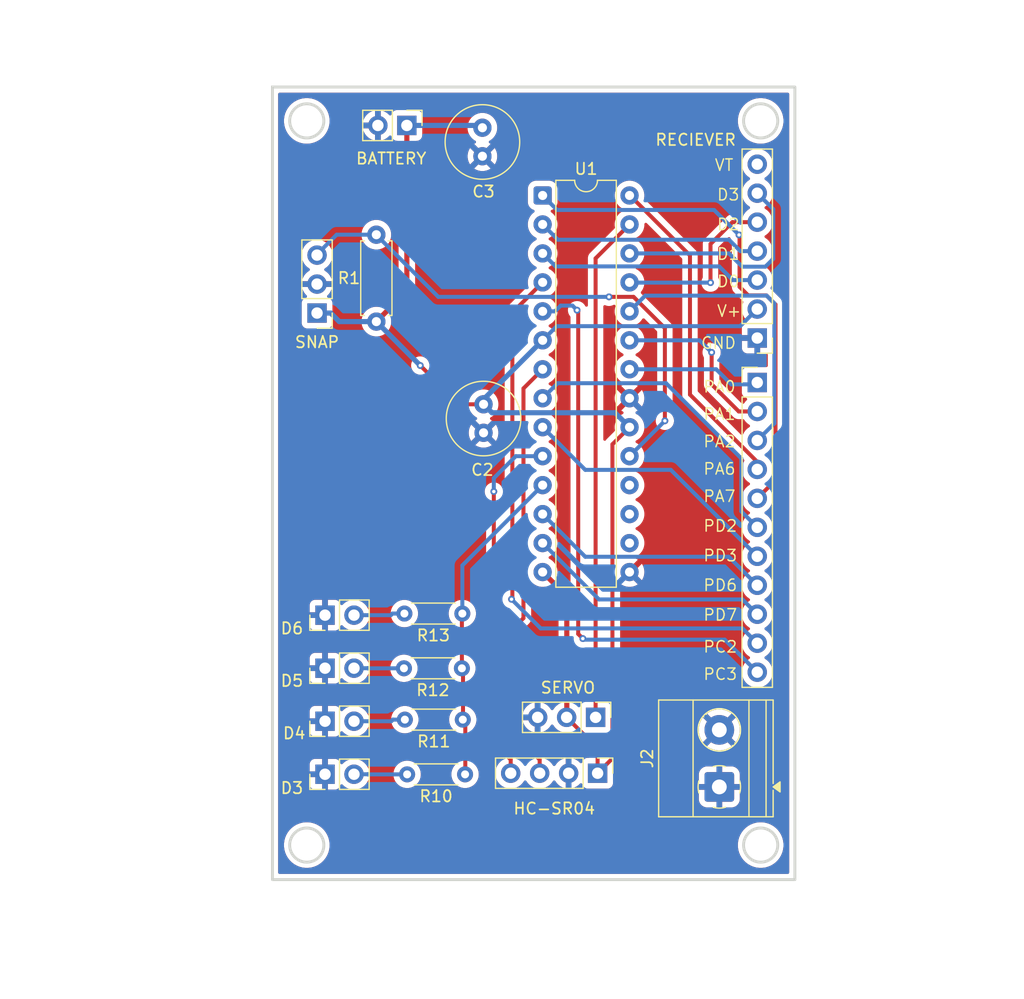
<source format=kicad_pcb>
(kicad_pcb (version 20241229) (generator "pcbnew") (generator_version "9.0")
  (layers (0 "F.Cu" signal "Front") (2 "B.Cu" signal "Back") (13 "F.Paste" user) (15 "B.Paste" user) (5 "F.SilkS" user "F.Silkscreen") (7 "B.SilkS" user "B.Silkscreen") (1 "F.Mask" user) (3 "B.Mask" user) (25 "Edge.Cuts" user))
  (net 0 "")
  (net 1 "GND")
  (net 2 "Net-(D3-A)")
  (net 3 "Net-(D4-A)")
  (net 4 "Net-(D5-A)")
  (net 5 "Net-(D6-A)")
  (net 6 "PC2")
  (net 7 "PA7")
  (net 8 "PA6")
  (net 10 "PA2")
  (net 11 "PC3")
  (net 14 "5V")
  (net 15 "PD2")
  (net 16 "PA0")
  (net 17 "PD3")
  (net 18 "PD6")
  (net 19 "PD7")
  (net 20 "SERVO_SIG")
  (net 21 "LED_SIG")
  (net 22 "ULTRASONIC_ECHO")
  (net 23 "Net-(J10-Pin_3)")
  (net 24 "D0")
  (net 25 "ULTRASONIC_TRIG")
  (net 26 "D3")
  (net 27 "D2")
  (net 28 "D1")
  (net 29 "VT")
  (net 30 "PA1")
  (footprint "Resistor_THT:R_Axial_DIN0204_L3.6mm_D1.6mm_P5.08mm_Horizontal" (layer "F.Cu") (at 113.98 117.4 180)
    (property "Reference" "R10" (at 2.54 -1.92 0) (layer "F.SilkS"))
    (property "Value" "120")
    (fp_line (start 0.62 0.92) (end 4.46 0.92) (stroke (width 0.12)) (layer "F.SilkS"))
    (fp_line (start 0.62 -0.92) (end 4.46 -0.92) (stroke (width 0.12)) (layer "F.SilkS"))
    (pad "1" thru_hole circle (at 0 0 180) (size 1.4 1.4) (drill 0.7) (layers "*.Cu" "*.Mask") (net 21 "LED_SIG"))
    (pad "2" thru_hole oval (at 5.08 0 180) (size 1.4 1.4) (drill 0.7) (layers "*.Cu" "*.Mask") (net 2 "Net-(D3-A)"))
  )
  (footprint "Connector_PinHeader_2.54mm:PinHeader_1x11_P2.54mm_Vertical" (layer "F.Cu") (at 139.6 83.04)
    (property "Reference" "J3" (hide yes))
    (property "Value" "SPARE_PINS")
    (fp_line (start -1.33 -1.33) (end 0 -1.33) (stroke (width 0.12)) (layer "F.SilkS"))
    (fp_line (start -1.33 0) (end -1.33 -1.33) (stroke (width 0.12)) (layer "F.SilkS"))
    (fp_line (start -1.33 1.27) (end -1.33 26.73) (stroke (width 0.12)) (layer "F.SilkS"))
    (fp_line (start -1.33 1.27) (end 1.33 1.27) (stroke (width 0.12)) (layer "F.SilkS"))
    (fp_line (start -1.33 26.73) (end 1.33 26.73) (stroke (width 0.12)) (layer "F.SilkS"))
    (fp_line (start 1.33 1.27) (end 1.33 26.73) (stroke (width 0.12)) (layer "F.SilkS"))
    (pad "1" thru_hole rect (at 0 0) (size 1.7 1.7) (drill 1) (layers "*.Cu" "*.Mask") (net 16 "PA0"))
    (pad "2" thru_hole oval (at 0 2.54) (size 1.7 1.7) (drill 1) (layers "*.Cu" "*.Mask") (net 30 "PA1"))
    (pad "3" thru_hole oval (at 0 5.08) (size 1.7 1.7) (drill 1) (layers "*.Cu" "*.Mask") (net 10 "PA2"))
    (pad "4" thru_hole oval (at 0 7.62) (size 1.7 1.7) (drill 1) (layers "*.Cu" "*.Mask") (net 8 "PA6"))
    (pad "5" thru_hole oval (at 0 10.16) (size 1.7 1.7) (drill 1) (layers "*.Cu" "*.Mask") (net 7 "PA7"))
    (pad "6" thru_hole oval (at 0 12.7) (size 1.7 1.7) (drill 1) (layers "*.Cu" "*.Mask") (net 15 "PD2"))
    (pad "7" thru_hole oval (at 0 15.24) (size 1.7 1.7) (drill 1) (layers "*.Cu" "*.Mask") (net 17 "PD3"))
    (pad "8" thru_hole oval (at 0 17.78) (size 1.7 1.7) (drill 1) (layers "*.Cu" "*.Mask") (net 18 "PD6"))
    (pad "9" thru_hole oval (at 0 20.32) (size 1.7 1.7) (drill 1) (layers "*.Cu" "*.Mask") (net 19 "PD7"))
    (pad "10" thru_hole oval (at 0 22.86) (size 1.7 1.7) (drill 1) (layers "*.Cu" "*.Mask") (net 6 "PC2"))
    (pad "11" thru_hole oval (at 0 25.4) (size 1.7 1.7) (drill 1) (layers "*.Cu" "*.Mask") (net 11 "PC3"))
  )
  (footprint "Connector_PinHeader_2.54mm:PinHeader_1x04_P2.54mm_Vertical" (layer "F.Cu") (at 125.6 117.3 -90)
    (property "Reference" "HC-SR04" (at 3.1 3.8 180) (layer "F.SilkS"))
    (property "Value" "HC-SR04")
    (fp_line (start -1.33 8.95) (end 1.33 8.95) (stroke (width 0.12)) (layer "F.SilkS"))
    (fp_line (start -1.33 1.27) (end -1.33 8.95) (stroke (width 0.12)) (layer "F.SilkS"))
    (fp_line (start -1.33 1.27) (end 1.33 1.27) (stroke (width 0.12)) (layer "F.SilkS"))
    (fp_line (start 1.33 1.27) (end 1.33 8.95) (stroke (width 0.12)) (layer "F.SilkS"))
    (fp_line (start -1.33 0) (end -1.33 -1.33) (stroke (width 0.12)) (layer "F.SilkS"))
    (fp_line (start -1.33 -1.33) (end 0 -1.33) (stroke (width 0.12)) (layer "F.SilkS"))
    (pad "1" thru_hole rect (at 0 0 270) (size 1.7 1.7) (drill 1) (layers "*.Cu" "*.Mask") (net 14 "5V"))
    (pad "2" thru_hole oval (at 0 2.54 270) (size 1.7 1.7) (drill 1) (layers "*.Cu" "*.Mask") (net 1 "GND"))
    (pad "3" thru_hole oval (at 0 5.08 270) (size 1.7 1.7) (drill 1) (layers "*.Cu" "*.Mask") (net 25 "ULTRASONIC_TRIG"))
    (pad "4" thru_hole oval (at 0 7.62 270) (size 1.7 1.7) (drill 1) (layers "*.Cu" "*.Mask") (net 22 "ULTRASONIC_ECHO"))
  )
  (footprint "TerminalBlock_Phoenix:TerminalBlock_Phoenix_MKDS-1,5-2_1x02_P5.00mm_Horizontal" (layer "F.Cu") (at 136.2725 118.5 90)
    (property "Reference" "J2" (at 2.5 -6.32 90) (layer "F.SilkS"))
    (property "Value" "COMMON GND")
    (fp_line (start 7.62 -5.32) (end 7.62 4.72) (stroke (width 0.12)) (layer "F.SilkS"))
    (fp_line (start -2.62 -5.32) (end 7.62 -5.32) (stroke (width 0.12)) (layer "F.SilkS"))
    (fp_line (start -2.62 -5.32) (end -2.62 4.72) (stroke (width 0.12)) (layer "F.SilkS"))
    (fp_line (start -2.62 -2.3) (end 7.62 -2.3) (stroke (width 0.12)) (layer "F.SilkS"))
    (fp_line (start 6.184 -1.411) (end 6.14 -1.367) (stroke (width 0.12)) (layer "F.SilkS"))
    (fp_line (start 6.411 -1.184) (end 6.367 -1.14) (stroke (width 0.12)) (layer "F.SilkS"))
    (fp_line (start 3.633 1.14) (end 3.589 1.183) (stroke (width 0.12)) (layer "F.SilkS"))
    (fp_line (start 3.86 1.367) (end 3.816 1.41) (stroke (width 0.12)) (layer "F.SilkS"))
    (fp_line (start -2.62 2.6) (end 7.62 2.6) (stroke (width 0.12)) (layer "F.SilkS"))
    (fp_line (start -2.62 4.1) (end 7.62 4.1) (stroke (width 0.12)) (layer "F.SilkS"))
    (fp_line (start 0.3 4.72) (end 7.62 4.72) (stroke (width 0.12)) (layer "F.SilkS"))
    (fp_line (start -2.62 4.72) (end -0.3 4.72) (stroke (width 0.12)) (layer "F.SilkS"))
    (fp_arc (start -0.54 -1.78) (mid -0.000355 -1.860107) (end 0.539321 -1.780206) (stroke (width 0.12)) (layer "F.SilkS"))
    (fp_arc (start 1.78 -0.54) (mid 1.860107 -0.000355) (end 1.780206 0.539321) (stroke (width 0.12)) (layer "F.SilkS"))
    (fp_arc (start -1.78 0.54) (mid -1.860107 0.000355) (end -1.780206 -0.539321) (stroke (width 0.12)) (layer "F.SilkS"))
    (fp_arc (start 0.54 1.78) (mid 0.000355 1.860107) (end -0.539321 1.780206) (stroke (width 0.12)) (layer "F.SilkS"))
    (fp_circle (center 5 0) (end 6.86 0) (stroke (width 0.12)) (fill no) (layer "F.SilkS"))
    (fp_poly (pts (xy 0 4.72) (xy 0.44 5.33) (xy -0.44 5.33) (xy 0 4.72)) (stroke (width 0.12)) (fill yes) (layer "F.SilkS"))
    (pad "1" thru_hole roundrect (at 0 0 90) (size 2.6 2.6) (drill 1.3) (layers "*.Cu" "*.Mask") (roundrect_rratio 0.096154) (net 1 "GND"))
    (pad "2" thru_hole circle (at 5 0 90) (size 2.6 2.6) (drill 1.3) (layers "*.Cu" "*.Mask") (net 1 "GND"))
  )
  (footprint "Resistor_THT:R_Axial_DIN0204_L3.6mm_D1.6mm_P5.08mm_Horizontal" (layer "F.Cu") (at 113.7 108.1 180)
    (property "Reference" "R12" (at 2.54 -1.92 0) (layer "F.SilkS"))
    (property "Value" "120")
    (fp_line (start 0.62 0.92) (end 4.46 0.92) (stroke (width 0.12)) (layer "F.SilkS"))
    (fp_line (start 0.62 -0.92) (end 4.46 -0.92) (stroke (width 0.12)) (layer "F.SilkS"))
    (pad "1" thru_hole circle (at 0 0 180) (size 1.4 1.4) (drill 0.7) (layers "*.Cu" "*.Mask") (net 21 "LED_SIG"))
    (pad "2" thru_hole oval (at 5.08 0 180) (size 1.4 1.4) (drill 0.7) (layers "*.Cu" "*.Mask") (net 4 "Net-(D5-A)"))
  )
  (footprint "Connector_PinHeader_2.54mm:PinHeader_1x02_P2.54mm_Vertical" (layer "F.Cu") (at 101.7 103.44 90)
    (property "Reference" "D6" (at -1.16 -2.9 180) (layer "F.SilkS"))
    (property "Value" "LED")
    (fp_line (start -1.33 -1.33) (end 0 -1.33) (stroke (width 0.12)) (layer "F.SilkS"))
    (fp_line (start -1.33 0) (end -1.33 -1.33) (stroke (width 0.12)) (layer "F.SilkS"))
    (fp_line (start 1.33 1.27) (end 1.33 3.87) (stroke (width 0.12)) (layer "F.SilkS"))
    (fp_line (start -1.33 1.27) (end 1.33 1.27) (stroke (width 0.12)) (layer "F.SilkS"))
    (fp_line (start -1.33 1.27) (end -1.33 3.87) (stroke (width 0.12)) (layer "F.SilkS"))
    (fp_line (start -1.33 3.87) (end 1.33 3.87) (stroke (width 0.12)) (layer "F.SilkS"))
    (pad "1" thru_hole rect (at 0 0 90) (size 1.7 1.7) (drill 1) (layers "*.Cu" "*.Mask") (net 1 "GND"))
    (pad "2" thru_hole oval (at 0 2.54 90) (size 1.7 1.7) (drill 1) (layers "*.Cu" "*.Mask") (net 5 "Net-(D6-A)"))
  )
  (footprint "Connector_PinHeader_2.54mm:PinHeader_1x07_P2.54mm_Vertical" (layer "F.Cu") (at 139.6 79.14 180)
    (property "Reference" "RECIEVER" (at 5.4 17.38 0) (layer "F.SilkS"))
    (property "Value" "RX480-E4")
    (fp_line (start 1.33 1.27) (end 1.33 16.57) (stroke (width 0.12)) (layer "F.SilkS"))
    (fp_line (start -1.33 16.57) (end 1.33 16.57) (stroke (width 0.12)) (layer "F.SilkS"))
    (fp_line (start -1.33 1.27) (end 1.33 1.27) (stroke (width 0.12)) (layer "F.SilkS"))
    (fp_line (start -1.33 1.27) (end -1.33 16.57) (stroke (width 0.12)) (layer "F.SilkS"))
    (fp_line (start -1.33 0) (end -1.33 -1.33) (stroke (width 0.12)) (layer "F.SilkS"))
    (fp_line (start -1.33 -1.33) (end 0 -1.33) (stroke (width 0.12)) (layer "F.SilkS"))
    (pad "1" thru_hole rect (at 0 0 180) (size 1.7 1.7) (drill 1) (layers "*.Cu" "*.Mask") (net 1 "GND"))
    (pad "2" thru_hole oval (at 0 2.54 180) (size 1.7 1.7) (drill 1) (layers "*.Cu" "*.Mask") (net 14 "5V"))
    (pad "3" thru_hole oval (at 0 5.08 180) (size 1.7 1.7) (drill 1) (layers "*.Cu" "*.Mask") (net 24 "D0"))
    (pad "4" thru_hole oval (at 0 7.62 180) (size 1.7 1.7) (drill 1) (layers "*.Cu" "*.Mask") (net 28 "D1"))
    (pad "5" thru_hole oval (at 0 10.16 180) (size 1.7 1.7) (drill 1) (layers "*.Cu" "*.Mask") (net 27 "D2"))
    (pad "6" thru_hole oval (at 0 12.7 180) (size 1.7 1.7) (drill 1) (layers "*.Cu" "*.Mask") (net 26 "D3"))
    (pad "7" thru_hole oval (at 0 15.24 180) (size 1.7 1.7) (drill 1) (layers "*.Cu" "*.Mask") (net 29 "VT"))
  )
  (footprint "Resistor_THT:R_Axial_DIN0204_L3.6mm_D1.6mm_P5.08mm_Horizontal" (layer "F.Cu") (at 113.74 103.3 180)
    (property "Reference" "R13" (at 2.54 -1.92 0) (layer "F.SilkS"))
    (property "Value" "120")
    (fp_line (start 0.62 0.92) (end 4.46 0.92) (stroke (width 0.12)) (layer "F.SilkS"))
    (fp_line (start 0.62 -0.92) (end 4.46 -0.92) (stroke (width 0.12)) (layer "F.SilkS"))
    (pad "1" thru_hole circle (at 0 0 180) (size 1.4 1.4) (drill 0.7) (layers "*.Cu" "*.Mask") (net 21 "LED_SIG"))
    (pad "2" thru_hole oval (at 5.08 0 180) (size 1.4 1.4) (drill 0.7) (layers "*.Cu" "*.Mask") (net 5 "Net-(D6-A)"))
  )
  (footprint "Capacitor_THT:C_Radial_D6.3mm_H5.0mm_P2.50mm" (layer "F.Cu") (at 115.6 84.95 -90)
    (property "Reference" "C2" (at 5.75 0.1 180) (layer "F.SilkS"))
    (property "Value" "1uF")
    (fp_circle (center 1.25 0) (end 4.52 0) (stroke (width 0.12)) (fill no) (layer "F.SilkS"))
    (pad "1" thru_hole circle (at 0 0 270) (size 1.6 1.6) (drill 0.8) (layers "*.Cu" "*.Mask") (net 14 "5V"))
    (pad "2" thru_hole circle (at 2.5 0 270) (size 1.6 1.6) (drill 0.8) (layers "*.Cu" "*.Mask") (net 1 "GND"))
  )
  (footprint "Resistor_THT:R_Axial_DIN0204_L3.6mm_D1.6mm_P5.08mm_Horizontal" (layer "F.Cu") (at 113.78 112.6 180)
    (property "Reference" "R11" (at 2.54 -1.92 0) (layer "F.SilkS"))
    (property "Value" "120")
    (fp_line (start 0.62 0.92) (end 4.46 0.92) (stroke (width 0.12)) (layer "F.SilkS"))
    (fp_line (start 0.62 -0.92) (end 4.46 -0.92) (stroke (width 0.12)) (layer "F.SilkS"))
    (pad "1" thru_hole circle (at 0 0 180) (size 1.4 1.4) (drill 0.7) (layers "*.Cu" "*.Mask") (net 21 "LED_SIG"))
    (pad "2" thru_hole oval (at 5.08 0 180) (size 1.4 1.4) (drill 0.7) (layers "*.Cu" "*.Mask") (net 3 "Net-(D4-A)"))
  )
  (footprint "Package_DIP:DIP-28_W7.62mm" (layer "F.Cu") (at 120.78 66.64)
    (property "Reference" "U1" (at 3.81 -2.33 0) (layer "F.SilkS"))
    (property "Value" "AVR128DB28x-xSP")
    (fp_line (start 1.16 -1.33) (end 1.16 34.35) (stroke (width 0.12)) (layer "F.SilkS"))
    (fp_line (start 1.16 34.35) (end 6.46 34.35) (stroke (width 0.12)) (layer "F.SilkS"))
    (fp_line (start 2.81 -1.33) (end 1.16 -1.33) (stroke (width 0.12)) (layer "F.SilkS"))
    (fp_line (start 6.46 -1.33) (end 4.81 -1.33) (stroke (width 0.12)) (layer "F.SilkS"))
    (fp_line (start 6.46 34.35) (end 6.46 -1.33) (stroke (width 0.12)) (layer "F.SilkS"))
    (fp_arc (start 4.81 -1.33) (mid 3.81 -0.33) (end 2.81 -1.33) (stroke (width 0.12)) (layer "F.SilkS"))
    (pad "1" thru_hole roundrect (at 0 0) (size 1.6 1.6) (drill 0.8) (layers "*.Cu" "*.Mask") (roundrect_rratio 0.15625) (net 7 "PA7"))
    (pad "2" thru_hole circle (at 0 2.54) (size 1.6 1.6) (drill 0.8) (layers "*.Cu" "*.Mask") (net 28 "D1"))
    (pad "3" thru_hole circle (at 0 5.08) (size 1.6 1.6) (drill 0.8) (layers "*.Cu" "*.Mask") (net 24 "D0"))
    (pad "4" thru_hole circle (at 0 7.62) (size 1.6 1.6) (drill 0.8) (layers "*.Cu" "*.Mask") (net 6 "PC2"))
    (pad "5" thru_hole circle (at 0 10.16) (size 1.6 1.6) (drill 0.8) (layers "*.Cu" "*.Mask") (net 11 "PC3"))
    (pad "6" thru_hole circle (at 0 12.7) (size 1.6 1.6) (drill 0.8) (layers "*.Cu" "*.Mask") (net 14 "5V"))
    (pad "7" thru_hole circle (at 0 15.24) (size 1.6 1.6) (drill 0.8) (layers "*.Cu" "*.Mask") (net 25 "ULTRASONIC_TRIG"))
    (pad "8" thru_hole circle (at 0 17.78) (size 1.6 1.6) (drill 0.8) (layers "*.Cu" "*.Mask") (net 15 "PD2"))
    (pad "9" thru_hole circle (at 0 20.32) (size 1.6 1.6) (drill 0.8) (layers "*.Cu" "*.Mask") (net 17 "PD3"))
    (pad "10" thru_hole circle (at 0 22.86) (size 1.6 1.6) (drill 0.8) (layers "*.Cu" "*.Mask") (net 22 "ULTRASONIC_ECHO"))
    (pad "11" thru_hole circle (at 0 25.4) (size 1.6 1.6) (drill 0.8) (layers "*.Cu" "*.Mask") (net 21 "LED_SIG"))
    (pad "12" thru_hole circle (at 0 27.94) (size 1.6 1.6) (drill 0.8) (layers "*.Cu" "*.Mask") (net 18 "PD6"))
    (pad "13" thru_hole circle (at 0 30.48) (size 1.6 1.6) (drill 0.8) (layers "*.Cu" "*.Mask") (net 19 "PD7"))
    (pad "14" thru_hole circle (at 0 33.02) (size 1.6 1.6) (drill 0.8) (layers "*.Cu" "*.Mask") (net 14 "5V"))
    (pad "15" thru_hole circle (at 7.62 33.02) (size 1.6 1.6) (drill 0.8) (layers "*.Cu" "*.Mask") (net 1 "GND"))
    (pad "16" thru_hole circle (at 7.62 30.48) (size 1.6 1.6) (drill 0.8) (layers "*.Cu" "*.Mask"))
    (pad "17" thru_hole circle (at 7.62 27.94) (size 1.6 1.6) (drill 0.8) (layers "*.Cu" "*.Mask"))
    (pad "18" thru_hole circle (at 7.62 25.4) (size 1.6 1.6) (drill 0.8) (layers "*.Cu" "*.Mask"))
    (pad "19" thru_hole circle (at 7.62 22.86) (size 1.6 1.6) (drill 0.8) (layers "*.Cu" "*.Mask") (net 23 "Net-(J10-Pin_3)"))
    (pad "20" thru_hole circle (at 7.62 20.32) (size 1.6 1.6) (drill 0.8) (layers "*.Cu" "*.Mask") (net 14 "5V"))
    (pad "21" thru_hole circle (at 7.62 17.78) (size 1.6 1.6) (drill 0.8) (layers "*.Cu" "*.Mask") (net 1 "GND"))
    (pad "22" thru_hole circle (at 7.62 15.24) (size 1.6 1.6) (drill 0.8) (layers "*.Cu" "*.Mask") (net 16 "PA0"))
    (pad "23" thru_hole circle (at 7.62 12.7) (size 1.6 1.6) (drill 0.8) (layers "*.Cu" "*.Mask") (net 30 "PA1"))
    (pad "24" thru_hole circle (at 7.62 10.16) (size 1.6 1.6) (drill 0.8) (layers "*.Cu" "*.Mask") (net 10 "PA2"))
    (pad "25" thru_hole circle (at 7.62 7.62) (size 1.6 1.6) (drill 0.8) (layers "*.Cu" "*.Mask") (net 27 "D2"))
    (pad "26" thru_hole circle (at 7.62 5.08) (size 1.6 1.6) (drill 0.8) (layers "*.Cu" "*.Mask") (net 26 "D3"))
    (pad "27" thru_hole circle (at 7.62 2.54) (size 1.6 1.6) (drill 0.8) (layers "*.Cu" "*.Mask") (net 20 "SERVO_SIG"))
    (pad "28" thru_hole circle (at 7.62 0) (size 1.6 1.6) (drill 0.8) (layers "*.Cu" "*.Mask") (net 8 "PA6"))
  )
  (footprint "Connector_PinHeader_2.54mm:PinHeader_1x02_P2.54mm_Vertical" (layer "F.Cu") (at 108.875 60.5 -90)
    (property "Reference" "BATTERY" (at 2.9 1.375 180) (layer "F.SilkS"))
    (property "Value" "BATTERY")
    (fp_line (start -1.33 3.87) (end 1.33 3.87) (stroke (width 0.12)) (layer "F.SilkS"))
    (fp_line (start -1.33 1.27) (end -1.33 3.87) (stroke (width 0.12)) (layer "F.SilkS"))
    (fp_line (start -1.33 1.27) (end 1.33 1.27) (stroke (width 0.12)) (layer "F.SilkS"))
    (fp_line (start 1.33 1.27) (end 1.33 3.87) (stroke (width 0.12)) (layer "F.SilkS"))
    (fp_line (start -1.33 0) (end -1.33 -1.33) (stroke (width 0.12)) (layer "F.SilkS"))
    (fp_line (start -1.33 -1.33) (end 0 -1.33) (stroke (width 0.12)) (layer "F.SilkS"))
    (pad "1" thru_hole rect (at 0 0 270) (size 1.7 1.7) (drill 1) (layers "*.Cu" "*.Mask") (net 14 "5V"))
    (pad "2" thru_hole oval (at 0 2.54 270) (size 1.7 1.7) (drill 1) (layers "*.Cu" "*.Mask") (net 1 "GND"))
  )
  (footprint "Connector_PinHeader_2.54mm:PinHeader_1x02_P2.54mm_Vertical" (layer "F.Cu") (at 101.7 112.74 90)
    (property "Reference" "D4" (at -1.06 -2.7 180) (layer "F.SilkS"))
    (property "Value" "LED")
    (fp_line (start -1.33 -1.33) (end 0 -1.33) (stroke (width 0.12)) (layer "F.SilkS"))
    (fp_line (start -1.33 0) (end -1.33 -1.33) (stroke (width 0.12)) (layer "F.SilkS"))
    (fp_line (start 1.33 1.27) (end 1.33 3.87) (stroke (width 0.12)) (layer "F.SilkS"))
    (fp_line (start -1.33 1.27) (end 1.33 1.27) (stroke (width 0.12)) (layer "F.SilkS"))
    (fp_line (start -1.33 1.27) (end -1.33 3.87) (stroke (width 0.12)) (layer "F.SilkS"))
    (fp_line (start -1.33 3.87) (end 1.33 3.87) (stroke (width 0.12)) (layer "F.SilkS"))
    (pad "1" thru_hole rect (at 0 0 90) (size 1.7 1.7) (drill 1) (layers "*.Cu" "*.Mask") (net 1 "GND"))
    (pad "2" thru_hole oval (at 0 2.54 90) (size 1.7 1.7) (drill 1) (layers "*.Cu" "*.Mask") (net 3 "Net-(D4-A)"))
  )
  (footprint "Capacitor_THT:C_Radial_D6.3mm_H5.0mm_P2.50mm" (layer "F.Cu") (at 115.5 60.7 -90)
    (property "Reference" "C3" (at 5.6 -0.1 180) (layer "F.SilkS"))
    (property "Value" "1uF")
    (fp_circle (center 1.25 0) (end 4.52 0) (stroke (width 0.12)) (fill no) (layer "F.SilkS"))
    (pad "1" thru_hole circle (at 0 0 270) (size 1.6 1.6) (drill 0.8) (layers "*.Cu" "*.Mask") (net 14 "5V"))
    (pad "2" thru_hole circle (at 2.5 0 270) (size 1.6 1.6) (drill 0.8) (layers "*.Cu" "*.Mask") (net 1 "GND"))
  )
  (footprint "Connector_PinHeader_2.54mm:PinHeader_1x03_P2.54mm_Vertical" (layer "F.Cu") (at 125.425 112.4 -90)
    (property "Reference" "SERVO" (at -2.6 2.425 180) (layer "F.SilkS"))
    (property "Value" "Motor_Servo")
    (fp_line (start -1.33 6.41) (end 1.33 6.41) (stroke (width 0.12)) (layer "F.SilkS"))
    (fp_line (start -1.33 1.27) (end -1.33 6.41) (stroke (width 0.12)) (layer "F.SilkS"))
    (fp_line (start -1.33 1.27) (end 1.33 1.27) (stroke (width 0.12)) (layer "F.SilkS"))
    (fp_line (start 1.33 1.27) (end 1.33 6.41) (stroke (width 0.12)) (layer "F.SilkS"))
    (fp_line (start -1.33 0) (end -1.33 -1.33) (stroke (width 0.12)) (layer "F.SilkS"))
    (fp_line (start -1.33 -1.33) (end 0 -1.33) (stroke (width 0.12)) (layer "F.SilkS"))
    (pad "1" thru_hole rect (at 0 0 270) (size 1.7 1.7) (drill 1) (layers "*.Cu" "*.Mask") (net 20 "SERVO_SIG"))
    (pad "2" thru_hole oval (at 0 2.54 270) (size 1.7 1.7) (drill 1) (layers "*.Cu" "*.Mask") (net 14 "5V"))
    (pad "3" thru_hole oval (at 0 5.08 270) (size 1.7 1.7) (drill 1) (layers "*.Cu" "*.Mask") (net 1 "GND"))
  )
  (footprint "Connector_PinHeader_2.54mm:PinHeader_1x03_P2.54mm_Vertical" (layer "F.Cu") (at 101 76.95 180)
    (property "Reference" "SNAP" (at 0 -2.55 0) (layer "F.SilkS"))
    (property "Value" "SNAP PROGRAMER")
    (fp_line (start 1.33 1.27) (end 1.33 6.41) (stroke (width 0.12)) (layer "F.SilkS"))
    (fp_line (start -1.33 6.41) (end 1.33 6.41) (stroke (width 0.12)) (layer "F.SilkS"))
    (fp_line (start -1.33 1.27) (end 1.33 1.27) (stroke (width 0.12)) (layer "F.SilkS"))
    (fp_line (start -1.33 1.27) (end -1.33 6.41) (stroke (width 0.12)) (layer "F.SilkS"))
    (fp_line (start -1.33 0) (end -1.33 -1.33) (stroke (width 0.12)) (layer "F.SilkS"))
    (fp_line (start -1.33 -1.33) (end 0 -1.33) (stroke (width 0.12)) (layer "F.SilkS"))
    (pad "1" thru_hole rect (at 0 0 180) (size 1.7 1.7) (drill 1) (layers "*.Cu" "*.Mask") (net 14 "5V"))
    (pad "2" thru_hole oval (at 0 2.54 180) (size 1.7 1.7) (drill 1) (layers "*.Cu" "*.Mask") (net 1 "GND"))
    (pad "3" thru_hole oval (at 0 5.08 180) (size 1.7 1.7) (drill 1) (layers "*.Cu" "*.Mask") (net 23 "Net-(J10-Pin_3)"))
  )
  (footprint "Connector_PinHeader_2.54mm:PinHeader_1x02_P2.54mm_Vertical" (layer "F.Cu") (at 101.7 108.09 90)
    (property "Reference" "D5" (at -1.11 -2.9 180) (layer "F.SilkS"))
    (property "Value" "LED")
    (fp_line (start -1.33 -1.33) (end 0 -1.33) (stroke (width 0.12)) (layer "F.SilkS"))
    (fp_line (start -1.33 0) (end -1.33 -1.33) (stroke (width 0.12)) (layer "F.SilkS"))
    (fp_line (start 1.33 1.27) (end 1.33 3.87) (stroke (width 0.12)) (layer "F.SilkS"))
    (fp_line (start -1.33 1.27) (end 1.33 1.27) (stroke (width 0.12)) (layer "F.SilkS"))
    (fp_line (start -1.33 1.27) (end -1.33 3.87) (stroke (width 0.12)) (layer "F.SilkS"))
    (fp_line (start -1.33 3.87) (end 1.33 3.87) (stroke (width 0.12)) (layer "F.SilkS"))
    (pad "1" thru_hole rect (at 0 0 90) (size 1.7 1.7) (drill 1) (layers "*.Cu" "*.Mask") (net 1 "GND"))
    (pad "2" thru_hole oval (at 0 2.54 90) (size 1.7 1.7) (drill 1) (layers "*.Cu" "*.Mask") (net 4 "Net-(D5-A)"))
  )
  (footprint "Resistor_THT:R_Axial_DIN0207_L6.3mm_D2.5mm_P7.62mm_Horizontal" (layer "F.Cu") (at 106.2 77.7 90)
    (property "Reference" "R1" (at 3.81 -2.4 180) (layer "F.SilkS"))
    (property "Value" "1.2K")
    (fp_line (start 7.08 -1.37) (end 7.08 -1.04) (stroke (width 0.12)) (layer "F.SilkS"))
    (fp_line (start 0.54 -1.37) (end 7.08 -1.37) (stroke (width 0.12)) (layer "F.SilkS"))
    (fp_line (start 0.54 -1.04) (end 0.54 -1.37) (stroke (width 0.12)) (layer "F.SilkS"))
    (fp_line (start 0.54 1.04) (end 0.54 1.37) (stroke (width 0.12)) (layer "F.SilkS"))
    (fp_line (start 7.08 1.37) (end 7.08 1.04) (stroke (width 0.12)) (layer "F.SilkS"))
    (fp_line (start 0.54 1.37) (end 7.08 1.37) (stroke (width 0.12)) (layer "F.SilkS"))
    (pad "1" thru_hole circle (at 0 0 90) (size 1.6 1.6) (drill 0.8) (layers "*.Cu" "*.Mask") (net 14 "5V"))
    (pad "2" thru_hole oval (at 7.62 0 90) (size 1.6 1.6) (drill 0.8) (layers "*.Cu" "*.Mask") (net 23 "Net-(J10-Pin_3)"))
  )
  (footprint "Connector_PinHeader_2.54mm:PinHeader_1x02_P2.54mm_Vertical" (layer "F.Cu") (at 101.7 117.39 90)
    (property "Reference" "D3" (at -1.21 -2.9 180) (layer "F.SilkS"))
    (property "Value" "LED")
    (fp_line (start -1.33 -1.33) (end 0 -1.33) (stroke (width 0.12)) (layer "F.SilkS"))
    (fp_line (start -1.33 0) (end -1.33 -1.33) (stroke (width 0.12)) (layer "F.SilkS"))
    (fp_line (start 1.33 1.27) (end 1.33 3.87) (stroke (width 0.12)) (layer "F.SilkS"))
    (fp_line (start -1.33 1.27) (end 1.33 1.27) (stroke (width 0.12)) (layer "F.SilkS"))
    (fp_line (start -1.33 1.27) (end -1.33 3.87) (stroke (width 0.12)) (layer "F.SilkS"))
    (fp_line (start -1.33 3.87) (end 1.33 3.87) (stroke (width 0.12)) (layer "F.SilkS"))
    (pad "1" thru_hole rect (at 0 0 90) (size 1.7 1.7) (drill 1) (layers "*.Cu" "*.Mask") (net 1 "GND"))
    (pad "2" thru_hole oval (at 0 2.54 90) (size 1.7 1.7) (drill 1) (layers "*.Cu" "*.Mask") (net 2 "Net-(D3-A)"))
  )
  (gr_circle (center 100.1 60.1) (end 101.6 60.1) (stroke (width 0.254)) (fill no) (layer "Edge.Cuts"))
  (gr_circle (center 139.9 60.1) (end 141.4 60.1) (stroke (width 0.254)) (fill no) (layer "Edge.Cuts"))
  (gr_circle (center 139.9 123.6) (end 141.4 123.6) (stroke (width 0.254)) (fill no) (layer "Edge.Cuts"))
  (gr_circle (center 100.1 123.6) (end 101.6 123.6) (stroke (width 0.254)) (fill no) (layer "Edge.Cuts"))
  (gr_rect (start 97.09 57.13) (end 142.9 126.63) (stroke (width 0.254)) (fill no) (layer "Edge.Cuts"))
  (gr_text "PC3" (at 134.8 109.2 0) (layer "F.SilkS") (effects (font (size 1 1) (thickness 0.125)) (justify left bottom)))
  (gr_text "PA7" (at 134.8 93.6 0) (layer "F.SilkS") (effects (font (size 1 1) (thickness 0.125)) (justify left bottom)))
  (gr_text "GND" (at 134.6 80.16 0) (layer "F.SilkS") (effects (font (size 1 1) (thickness 0.125)) (justify left bottom)))
  (gr_text "PD7" (at 134.8 104 0) (layer "F.SilkS") (effects (font (size 1 1) (thickness 0.125)) (justify left bottom)))
  (gr_text "V+" (at 136 77.36 0) (layer "F.SilkS") (effects (font (size 1 1) (thickness 0.125)) (justify left bottom)))
  (gr_text "PA6" (at 134.8 91.2 0) (layer "F.SilkS") (effects (font (size 1 1) (thickness 0.125)) (justify left bottom)))
  (gr_text "D1" (at 136 72.36 0) (layer "F.SilkS") (effects (font (size 1 1) (thickness 0.125)) (justify left bottom)))
  (gr_text "PC2" (at 134.8 106.8 0) (layer "F.SilkS") (effects (font (size 1 1) (thickness 0.125)) (justify left bottom)))
  (gr_text "PD3" (at 134.8 98.8 0) (layer "F.SilkS") (effects (font (size 1 1) (thickness 0.125)) (justify left bottom)))
  (gr_text "PD2" (at 134.8 96.2 0) (layer "F.SilkS") (effects (font (size 1 1) (thickness 0.125)) (justify left bottom)))
  (gr_text "PA1" (at 134.8 86.4 0) (layer "F.SilkS") (effects (font (size 1 1) (thickness 0.125)) (justify left bottom)))
  (gr_text "D3" (at 136 67.16 0) (layer "F.SilkS") (effects (font (size 1 1) (thickness 0.125)) (justify left bottom)))
  (gr_text "PA0" (at 134.8 84 0) (layer "F.SilkS") (effects (font (size 1 1) (thickness 0.125)) (justify left bottom)))
  (gr_text "D0" (at 136 74.76 0) (layer "F.SilkS") (effects (font (size 1 1) (thickness 0.125)) (justify left bottom)))
  (gr_text "D2" (at 136 69.76 0) (layer "F.SilkS") (effects (font (size 1 1) (thickness 0.125)) (justify left bottom)))
  (gr_text "VT" (at 135.8 64.56 0) (layer "F.SilkS") (effects (font (size 1 1) (thickness 0.125)) (justify left bottom)))
  (gr_text "PA2" (at 134.8 88.8 0) (layer "F.SilkS") (effects (font (size 1 1) (thickness 0.125)) (justify left bottom)))
  (gr_text "PD6" (at 134.8 101.4 0) (layer "F.SilkS") (effects (font (size 1 1) (thickness 0.125)) (justify left bottom)))
  (segment (start 104.24 117.39) (end 105.44 117.39) (width 0.35) (layer "B.Cu") (net 2))
  (segment (start 105.45 117.4) (end 105.44 117.39) (width 0.35) (layer "B.Cu") (net 2))
  (segment (start 108.9 117.4) (end 105.45 117.4) (width 0.35) (layer "B.Cu") (net 2))
  (segment (start 107.51 112.74) (end 107.65 112.6) (width 0.35) (layer "B.Cu") (net 3))
  (segment (start 108.7 112.6) (end 107.65 112.6) (width 0.35) (layer "B.Cu") (net 3))
  (segment (start 104.24 112.74) (end 107.51 112.74) (width 0.35) (layer "B.Cu") (net 3))
  (segment (start 104.24 108.09) (end 105.44 108.09) (width 0.35) (layer "B.Cu") (net 4))
  (segment (start 108.62 108.1) (end 105.45 108.1) (width 0.35) (layer "B.Cu") (net 4))
  (segment (start 105.45 108.1) (end 105.44 108.09) (width 0.35) (layer "B.Cu") (net 4))
  (segment (start 108.66 103.3) (end 107.61 103.3) (width 0.35) (layer "B.Cu") (net 5))
  (segment (start 104.24 103.44) (end 107.47 103.44) (width 0.35) (layer "B.Cu") (net 5))
  (segment (start 107.47 103.44) (end 107.61 103.3) (width 0.35) (layer "B.Cu") (net 5))
  (segment (start 118.0544 102.0443) (end 118.1264 101.9723) (width 0.35) (layer "F.Cu") (net 6))
  (segment (start 118.1264 101.9723) (end 118.1264 76.9136) (width 0.35) (layer "F.Cu") (net 6))
  (segment (start 118.1264 76.9136) (end 120.78 74.26) (width 0.35) (layer "F.Cu") (net 6))
  (via (at 118.0544 102.0443) (size 0.6) (drill 0.3) (layers "F.Cu" "B.Cu") (net 6))
  (segment (start 120.6101 104.6) (end 118.0544 102.0443) (width 0.35) (layer "B.Cu") (net 6))
  (segment (start 138.3 104.6) (end 137.6 104.6) (width 0.35) (layer "B.Cu") (net 6))
  (segment (start 137.6 104.6) (end 120.6101 104.6) (width 0.35) (layer "B.Cu") (net 6))
  (segment (start 139.6 105.9) (end 138.3 104.6) (width 0.35) (layer "B.Cu") (net 6))
  (segment (start 141.2 91.6) (end 139.6 93.2) (width 0.35) (layer "F.Cu") (net 7))
  (segment (start 138.8 75.4) (end 140.4 75.4) (width 0.35) (layer "F.Cu") (net 7))
  (segment (start 141.2 76.2) (end 141.2 91.6) (width 0.35) (layer "F.Cu") (net 7))
  (segment (start 138.0479 74.6479) (end 138.8 75.4) (width 0.35) (layer "F.Cu") (net 7))
  (segment (start 138.0479 70.1445) (end 138.0479 74.6479) (width 0.35) (layer "F.Cu") (net 7))
  (segment (start 138.0015 70.0981) (end 138.0479 70.1445) (width 0.35) (layer "F.Cu") (net 7))
  (segment (start 140.4 75.4) (end 141.2 76.2) (width 0.35) (layer "F.Cu") (net 7))
  (via (at 138.0015 70.0981) (size 0.6) (drill 0.3) (layers "F.Cu" "B.Cu") (net 7))
  (segment (start 137.9999 70.0981) (end 138.0015 70.0981) (width 0.35) (layer "B.Cu") (net 7))
  (segment (start 137.9999 70.0981) (end 135.8118 67.91) (width 0.35) (layer "B.Cu") (net 7))
  (segment (start 135.8118 67.91) (end 122.05 67.91) (width 0.35) (layer "B.Cu") (net 7))
  (segment (start 122.05 67.91) (end 120.78 66.64) (width 0.35) (layer "B.Cu") (net 7))
  (segment (start 139.6 90) (end 139.6 90.66) (width 0.35) (layer "F.Cu") (net 8))
  (segment (start 128.4 66.64) (end 128.44 66.64) (width 0.35) (layer "F.Cu") (net 8))
  (segment (start 128.44 66.64) (end 133.7 71.9) (width 0.35) (layer "F.Cu") (net 8))
  (segment (start 133.7 84.1) (end 139.6 90) (width 0.35) (layer "F.Cu") (net 8))
  (segment (start 133.7 71.9) (end 133.7 84.1) (width 0.35) (layer "F.Cu") (net 8))
  (segment (start 141.1 76.1) (end 141.1 86.62) (width 0.35) (layer "B.Cu") (net 10))
  (segment (start 128.4 76.8) (end 129.776 75.424) (width 0.35) (layer "B.Cu") (net 10))
  (segment (start 129.776 75.424) (end 140.424 75.424) (width 0.35) (layer "B.Cu") (net 10))
  (segment (start 141.1 86.62) (end 139.6 88.12) (width 0.35) (layer "B.Cu") (net 10))
  (segment (start 140.424 75.424) (end 141.1 76.1) (width 0.35) (layer "B.Cu") (net 10))
  (segment (start 123.9 105.0878) (end 123.9 76.8) (width 0.35) (layer "F.Cu") (net 11))
  (segment (start 123.9 76.8) (end 123.8 76.7) (width 0.35) (layer "F.Cu") (net 11))
  (segment (start 124.3061 105.4939) (end 123.9 105.0878) (width 0.35) (layer "F.Cu") (net 11))
  (via (at 123.8 76.7) (size 0.6) (drill 0.3) (layers "F.Cu" "B.Cu") (net 11))
  (via (at 124.3061 105.4939) (size 0.6) (drill 0.3) (layers "F.Cu" "B.Cu") (net 11))
  (segment (start 123.4 76.3) (end 122.3601 76.3) (width 0.35) (layer "B.Cu") (net 11))
  (segment (start 124.3061 105.4939) (end 124.4 105.5878) (width 0.35) (layer "B.Cu") (net 11))
  (segment (start 136.7478 105.5878) (end 139.6 108.44) (width 0.35) (layer "B.Cu") (net 11))
  (segment (start 124.4 105.5878) (end 136.7478 105.5878) (width 0.35) (layer "B.Cu") (net 11))
  (segment (start 123.8 76.7) (end 123.4 76.3) (width 0.35) (layer "B.Cu") (net 11))
  (segment (start 122.3601 76.3) (end 121.8601 76.8) (width 0.35) (layer "B.Cu") (net 11))
  (segment (start 121.8601 76.8) (end 120.78 76.8) (width 0.35) (layer "B.Cu") (net 11))
  (segment (start 108.875 60.5) (end 108.875 75.025) (width 0.45) (layer "F.Cu") (net 14))
  (segment (start 125.6 117.3) (end 125.6 116.7) (width 0.45) (layer "F.Cu") (net 14))
  (segment (start 126.9 116) (end 125.6 117.3) (width 0.35) (layer "F.Cu") (net 14))
  (segment (start 113.45 84.95) (end 115.6 84.95) (width 0.35) (layer "F.Cu") (net 14))
  (segment (start 108.875 75.025) (end 106.2 77.7) (width 0.45) (layer "F.Cu") (net 14))
  (segment (start 122.885 112.4) (end 125.6 115.115) (width 0.35) (layer "F.Cu") (net 14))
  (segment (start 122.885 112.4) (end 122.885 113) (width 0.45) (layer "F.Cu") (net 14))
  (segment (start 128.4 86.96) (end 126.9 88.46) (width 0.35) (layer "F.Cu") (net 14))
  (segment (start 125.6 115.115) (end 125.6 117.3) (width 0.35) (layer "F.Cu") (net 14))
  (segment (start 126.9 88.46) (end 126.9 116) (width 0.35) (layer "F.Cu") (net 14))
  (segment (start 122.9 101.78) (end 120.78 99.66) (width 0.45) (layer "F.Cu") (net 14))
  (segment (start 122.885 113) (end 122.9 112.985) (width 0.45) (layer "F.Cu") (net 14))
  (segment (start 110.05 81.55) (end 113.45 84.95) (width 0.35) (layer "F.Cu") (net 14))
  (segment (start 122.9 112.985) (end 122.9 101.78) (width 0.45) (layer "F.Cu") (net 14))
  (via (at 110.05 81.55) (size 0.6) (drill 0.3) (layers "F.Cu" "B.Cu") (net 14))
  (segment (start 108.875 60.5) (end 115.3 60.5) (width 0.45) (layer "B.Cu") (net 14))
  (segment (start 101 76.95) (end 102.2 76.95) (width 0.45) (layer "B.Cu") (net 14))
  (segment (start 115.3 60.5) (end 115.5 60.7) (width 0.45) (layer "B.Cu") (net 14))
  (segment (start 102.95 77.7) (end 102.2 76.95) (width 0.45) (layer "B.Cu") (net 14))
  (segment (start 115.6 84.95) (end 116.34 85.69) (width 0.45) (layer "B.Cu") (net 14))
  (segment (start 120.78 79.34) (end 122.02 78.1) (width 0.35) (layer "B.Cu") (net 14))
  (segment (start 115.6 84.52) (end 120.78 79.34) (width 0.45) (layer "B.Cu") (net 14))
  (segment (start 106.2 77.7) (end 102.95 77.7) (width 0.45) (layer "B.Cu") (net 14))
  (segment (start 138.1 78.1) (end 139.6 76.6) (width 0.35) (layer "B.Cu") (net 14))
  (segment (start 106.2 77.7) (end 110.05 81.55) (width 0.45) (layer "B.Cu") (net 14))
  (segment (start 127.13 85.69) (end 128.4 86.96) (width 0.45) (layer "B.Cu") (net 14))
  (segment (start 116.34 85.69) (end 127.13 85.69) (width 0.45) (layer "B.Cu") (net 14))
  (segment (start 122.02 78.1) (end 138.1 78.1) (width 0.35) (layer "B.Cu") (net 14))
  (segment (start 115.6 84.95) (end 115.6 84.52) (width 0.45) (layer "B.Cu") (net 14))
  (segment (start 122.1 83.1) (end 131.6 83.1) (width 0.35) (layer "B.Cu") (net 15))
  (segment (start 131.6 83.1) (end 138.2 89.7) (width 0.35) (layer "B.Cu") (net 15))
  (segment (start 120.78 84.42) (end 122.1 83.1) (width 0.35) (layer "B.Cu") (net 15))
  (segment (start 138.2 89.7) (end 138.2 94.34) (width 0.35) (layer "B.Cu") (net 15))
  (segment (start 138.2 94.34) (end 139.6 95.74) (width 0.35) (layer "B.Cu") (net 15))
  (segment (start 139.44 83.2) (end 139.6 83.04) (width 0.35) (layer "B.Cu") (net 16))
  (segment (start 137.32 83.2) (end 139.44 83.2) (width 0.35) (layer "B.Cu") (net 16))
  (segment (start 136 81.88) (end 137.32 83.2) (width 0.35) (layer "B.Cu") (net 16))
  (segment (start 128.4 81.88) (end 136 81.88) (width 0.35) (layer "B.Cu") (net 16))
  (segment (start 132.02 90.7) (end 139.6 98.28) (width 0.35) (layer "B.Cu") (net 17))
  (segment (start 120.78 86.96) (end 124.52 90.7) (width 0.35) (layer "B.Cu") (net 17))
  (segment (start 124.52 90.7) (end 132.02 90.7) (width 0.35) (layer "B.Cu") (net 17))
  (segment (start 139.6 100.82) (end 137.1 98.32) (width 0.35) (layer "B.Cu") (net 18))
  (segment (start 124.52 98.32) (end 120.78 94.58) (width 0.35) (layer "B.Cu") (net 18))
  (segment (start 137.1 98.32) (end 124.52 98.32) (width 0.35) (layer "B.Cu") (net 18))
  (segment (start 138.3 102.06) (end 135.8 102.06) (width 0.35) (layer "B.Cu") (net 19))
  (segment (start 120.78 97.12) (end 125.72 102.06) (width 0.35) (layer "B.Cu") (net 19))
  (segment (start 139.6 103.36) (end 138.3 102.06) (width 0.35) (layer "B.Cu") (net 19))
  (segment (start 125.72 102.06) (end 135.8 102.06) (width 0.35) (layer "B.Cu") (net 19))
  (segment (start 125.425 72.155) (end 125.425 112.4) (width 0.35) (layer "F.Cu") (net 20))
  (segment (start 128.4 69.18) (end 125.425 72.155) (width 0.35) (layer "F.Cu") (net 20))
  (segment (start 113.7 103.34) (end 113.7 108.1) (width 0.35) (layer "F.Cu") (net 21))
  (segment (start 114 117.38) (end 114 112.82) (width 0.35) (layer "F.Cu") (net 21))
  (segment (start 113.8 108.2) (end 113.8 112.58) (width 0.35) (layer "F.Cu") (net 21))
  (segment (start 113.74 103.3) (end 113.7 103.34) (width 0.35) (layer "F.Cu") (net 21))
  (segment (start 113.8 112.58) (end 113.78 112.6) (width 0.35) (layer "F.Cu") (net 21))
  (segment (start 113.98 117.4) (end 114 117.38) (width 0.35) (layer "F.Cu") (net 21))
  (segment (start 114 112.82) (end 113.78 112.6) (width 0.35) (layer "F.Cu") (net 21))
  (segment (start 113.7 108.1) (end 113.8 108.2) (width 0.35) (layer "F.Cu") (net 21))
  (segment (start 113.74 99.08) (end 120.78 92.04) (width 0.35) (layer "B.Cu") (net 21))
  (segment (start 113.74 103.3) (end 113.74 99.08) (width 0.35) (layer "B.Cu") (net 21))
  (segment (start 116.5 114.62) (end 117.98 116.1) (width 0.35) (layer "F.Cu") (net 22))
  (segment (start 117.98 116.1) (end 117.98 117.3) (width 0.35) (layer "F.Cu") (net 22))
  (segment (start 116.5 92.6) (end 116.5 114.62) (width 0.35) (layer "F.Cu") (net 22))
  (via (at 116.5 92.6) (size 0.6) (drill 0.3) (layers "F.Cu" "B.Cu") (net 22))
  (segment (start 116.5 91.4272) (end 118.4272 89.5) (width 0.35) (layer "B.Cu") (net 22))
  (segment (start 118.4272 89.5) (end 120.78 89.5) (width 0.35) (layer "B.Cu") (net 22))
  (segment (start 116.5 92.6) (end 116.5 91.4272) (width 0.35) (layer "B.Cu") (net 22))
  (segment (start 131.5 78.2767) (end 131.5 86.4) (width 0.35) (layer "F.Cu") (net 23))
  (segment (start 126.6 75.53) (end 128.7533 75.53) (width 0.35) (layer "F.Cu") (net 23))
  (segment (start 128.7533 75.53) (end 131.5 78.2767) (width 0.35) (layer "F.Cu") (net 23))
  (via (at 131.5 86.4) (size 0.6) (drill 0.3) (layers "F.Cu" "B.Cu") (net 23))
  (via (at 126.6 75.53) (size 0.6) (drill 0.3) (layers "F.Cu" "B.Cu") (net 23))
  (segment (start 102.72 70.08) (end 101 71.8) (width 0.35) (layer "B.Cu") (net 23))
  (segment (start 106.2 70.08) (end 102.72 70.08) (width 0.35) (layer "B.Cu") (net 23))
  (segment (start 111.63 75.53) (end 106.18 70.08) (width 0.35) (layer "B.Cu") (net 23))
  (segment (start 131.5 86.4) (end 128.4 89.5) (width 0.35) (layer "B.Cu") (net 23))
  (segment (start 126.6 75.53) (end 111.63 75.53) (width 0.35) (layer "B.Cu") (net 23))
  (segment (start 101 71.8) (end 101 71.87) (width 0.35) (layer "B.Cu") (net 23))
  (segment (start 136.2602 72.8602) (end 137.46 74.06) (width 0.35) (layer "B.Cu") (net 24))
  (segment (start 120.78 71.72) (end 121.9202 72.8602) (width 0.35) (layer "B.Cu") (net 24))
  (segment (start 137.46 74.06) (end 139.6 74.06) (width 0.35) (layer "B.Cu") (net 24))
  (segment (start 121.9202 72.8602) (end 136.2602 72.8602) (width 0.35) (layer "B.Cu") (net 24))
  (segment (start 118 104.8) (end 119.1 103.7) (width 0.35) (layer "F.Cu") (net 25))
  (segment (start 120.52 117.3) (end 120.52 116.1) (width 0.35) (layer "F.Cu") (net 25))
  (segment (start 118 113.58) (end 118 104.8) (width 0.35) (layer "F.Cu") (net 25))
  (segment (start 120.52 116.1) (end 118 113.58) (width 0.35) (layer "F.Cu") (net 25))
  (segment (start 119.1 103.7) (end 119.1 83.56) (width 0.35) (layer "F.Cu") (net 25))
  (segment (start 119.1 83.56) (end 120.78 81.88) (width 0.35) (layer "F.Cu") (net 25))
  (segment (start 138.284 72.884) (end 140.316 72.884) (width 0.35) (layer "B.Cu") (net 26))
  (segment (start 141 67.84) (end 139.6 66.44) (width 0.35) (layer "B.Cu") (net 26))
  (segment (start 141 72.2) (end 141 67.84) (width 0.35) (layer "B.Cu") (net 26))
  (segment (start 128.4 71.72) (end 137.12 71.72) (width 0.35) (layer "B.Cu") (net 26))
  (segment (start 137.12 71.72) (end 138.284 72.884) (width 0.35) (layer "B.Cu") (net 26))
  (segment (start 140.316 72.884) (end 141 72.2) (width 0.35) (layer "B.Cu") (net 26))
  (segment (start 135.5 74.283) (end 135.5 70.9) (width 0.35) (layer "F.Cu") (net 27))
  (segment (start 135.5 70.9) (end 137.42 68.98) (width 0.35) (layer "F.Cu") (net 27))
  (segment (start 137.42 68.98) (end 139.6 68.98) (width 0.35) (layer "F.Cu") (net 27))
  (via (at 135.5 74.283) (size 0.6) (drill 0.3) (layers "F.Cu" "B.Cu") (net 27))
  (segment (start 135.5 74.283) (end 128.423 74.283) (width 0.35) (layer "B.Cu") (net 27))
  (segment (start 128.423 74.283) (end 128.4 74.26) (width 0.35) (layer "B.Cu") (net 27))
  (segment (start 139.9752 68.48) (end 139.6 68.48) (width 0.35) (layer "B.Cu") (net 27))
  (segment (start 120.78 69.18) (end 122.1225 70.5225) (width 0.35) (layer "B.Cu") (net 28))
  (segment (start 137.1225 70.5225) (end 138.12 71.52) (width 0.35) (layer "B.Cu") (net 28))
  (segment (start 138.12 71.52) (end 139.6 71.52) (width 0.35) (layer "B.Cu") (net 28))
  (segment (start 122.1225 70.5225) (end 137.1225 70.5225) (width 0.35) (layer "B.Cu") (net 28))
  (segment (start 135.6 83.2) (end 137.98 85.58) (width 0.35) (layer "F.Cu") (net 30))
  (segment (start 135.6 80.4) (end 135.6 83.2) (width 0.35) (layer "F.Cu") (net 30))
  (segment (start 137.98 85.58) (end 139.6 85.58) (width 0.35) (layer "F.Cu") (net 30))
  (via (at 135.6 80.4) (size 0.6) (drill 0.3) (layers "F.Cu" "B.Cu") (net 30))
  (segment (start 135.6 80.4) (end 134.54 79.34) (width 0.35) (layer "B.Cu") (net 30))
  (segment (start 134.54 79.34) (end 128.4 79.34) (width 0.35) (layer "B.Cu") (net 30))
  (zone (net 1) (net_name "GND") (layers "F.Cu" "B.Cu") (connect_pads (clearance 0.5)) (min_thickness 0.25) (fill yes (thermal_gap 0.5) (thermal_bridge_width 0.5))
    (polygon (pts (xy 82.7 49.5) (xy 162.7 49.9) (xy 163 137.1) (xy 73.2 134.9)))
  )
)
</source>
